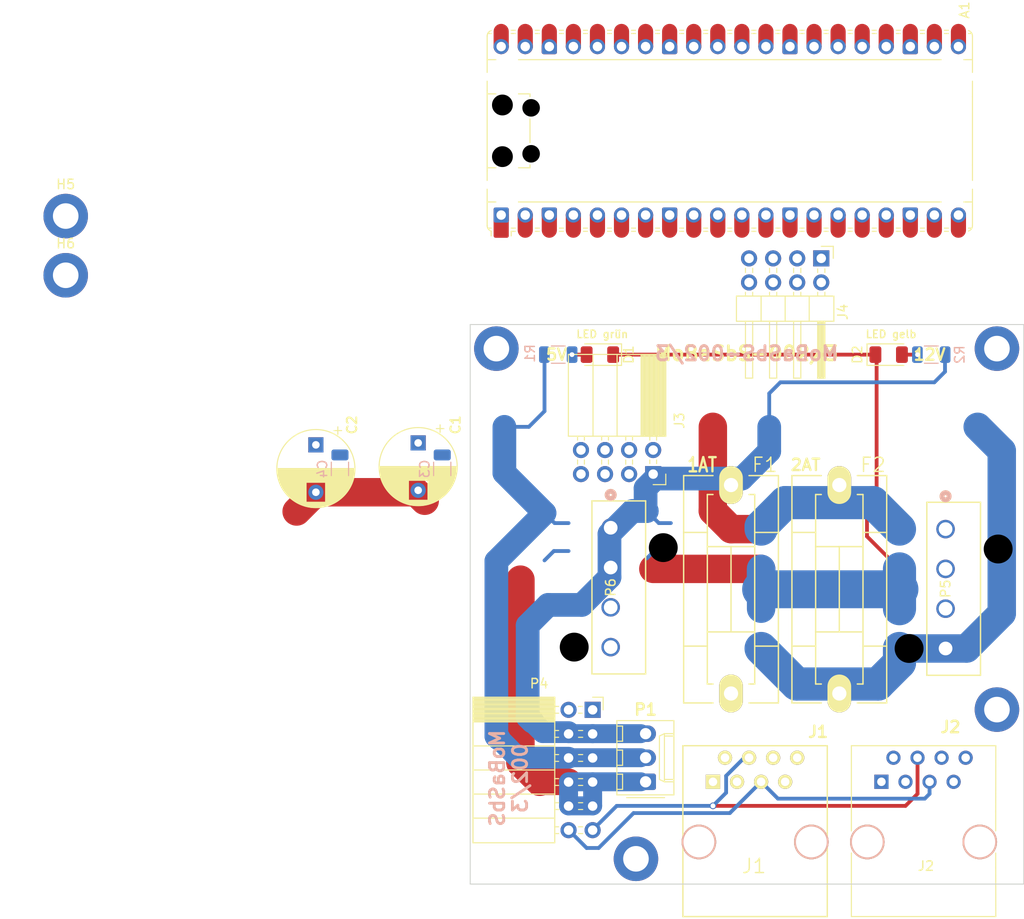
<source format=kicad_pcb>
(kicad_pcb (version 20240108) (generator "pcbnew") (generator_version "8.0")
  (title_block (title "Modul-Anschluss-Einheit") (date "2023-06-19") (rev "3") (comment 2 "MoBaSbS-002") (comment 3 "Anschluss Baugruppe") (comment 4 "MoBaSbS"))
  (layers (0 "F.Cu" signal) (31 "B.Cu" signal) (34 "B.Paste" user) (35 "F.Paste" user) (36 "B.SilkS" user "B.Silkscreen") (37 "F.SilkS" user "F.Silkscreen") (38 "B.Mask" user) (39 "F.Mask" user) (44 "Edge.Cuts" user))
  (net 0 "")
  (net 1 "GND")
  (net 2 "Net-(D1-A)")
  (net 3 "Net-(D2-A)")
  (net 4 "+5V")
  (net 5 "+12V")
  (net 10 "/5V PRE")
  (net 11 "/12V PRE")
  (net 12 "Net-(J1-Pin_3)")
  (net 13 "Net-(J1-Pin_4)")
  (net 14 "Net-(J1-Pin_5)")
  (net 15 "Net-(J1-Pin_6)")
  (net 51 "/5V")
  (net 65 "Net-(J3-Pin_5)")
  (net 66 "Net-(J3-Pin_1)")
  (footprint "LED_SMD:LED_1206_3216Metric" (layer "F.Cu") (at 121.635 101.6 180)
    (property "Reference" "D1" (at -3.045 0 90) (layer "F.SilkS"))
    (property "Value" "LED grün" (at -0.251 2.159 0) (layer "F.SilkS") (effects (font (size 0.8 0.8))))
    (pad "1" smd roundrect (at -1.4 0 180) (size 1.25 1.75) (layers "F.Cu" "F.Paste" "F.Mask") (roundrect_rratio 0.2) (net 1 "GND"))
    (pad "2" smd roundrect (at 1.4 0 180) (size 1.25 1.75) (layers "F.Cu" "F.Paste" "F.Mask") (roundrect_rratio 0.2) (net 2 "Net-(D1-A)"))
  )
  (footprint "LED_SMD:LED_1206_3216Metric" (layer "F.Cu") (at 152.115 101.6)
    (property "Reference" "D2" (at -3.305 0 90) (layer "F.SilkS"))
    (property "Value" "LED gelb" (at 0.251 -2.159 0) (layer "F.SilkS") (effects (font (size 0.8 0.8))))
    (pad "1" smd roundrect (at -1.4 0) (size 1.25 1.75) (layers "F.Cu" "F.Paste" "F.Mask") (roundrect_rratio 0.2) (net 1 "GND"))
    (pad "2" smd roundrect (at 1.4 0) (size 1.25 1.75) (layers "F.Cu" "F.Paste" "F.Mask") (roundrect_rratio 0.2) (net 3 "Net-(D2-A)"))
  )
  (footprint "Connect:RJ45_8" (layer "F.Cu") (at 138.015 153.035)
    (property "Reference" "J1" (at -0.111314 2.54 180) (layer "F.SilkS") (effects (font (size 1.5 1.5))))
    (property "Value" "RJ45" (hide yes))
    (pad "" np_thru_hole circle (at -5.9309 0) (size 3.64998 3.64998) (drill 3.2512) (layers "*.Cu" "*.SilkS" "*.Mask"))
    (pad "" np_thru_hole circle (at 5.93852 0) (size 3.64998 3.64998) (drill 3.2512) (layers "*.Cu" "*.SilkS" "*.Mask"))
    (pad "1" thru_hole rect (at -4.445 -6.35) (size 1.50114 1.50114) (drill 0.89916) (layers "*.Cu" "*.Mask" "F.SilkS"))
    (pad "2" thru_hole circle (at -3.175 -8.89) (size 1.50114 1.50114) (drill 0.89916) (layers "*.Cu" "*.Mask" "F.SilkS"))
    (pad "3" thru_hole circle (at -1.905 -6.35) (size 1.50114 1.50114) (drill 0.89916) (layers "*.Cu" "*.Mask" "F.SilkS") (net 12 "Net-(J1-Pin_3)"))
    (pad "4" thru_hole circle (at -0.635 -8.89) (size 1.50114 1.50114) (drill 0.89916) (layers "*.Cu" "*.Mask" "F.SilkS") (net 13 "Net-(J1-Pin_4)"))
    (pad "5" thru_hole circle (at 0.635 -6.35) (size 1.50114 1.50114) (drill 0.89916) (layers "*.Cu" "*.Mask" "F.SilkS") (net 14 "Net-(J1-Pin_5)"))
    (pad "6" thru_hole circle (at 1.905 -8.89) (size 1.50114 1.50114) (drill 0.89916) (layers "*.Cu" "*.Mask" "F.SilkS") (net 15 "Net-(J1-Pin_6)"))
    (pad "7" thru_hole circle (at 3.175 -6.35) (size 1.50114 1.50114) (drill 0.89916) (layers "*.Cu" "*.Mask" "F.SilkS"))
    (pad "8" thru_hole circle (at 4.445 -8.89) (size 1.50114 1.50114) (drill 0.89916) (layers "*.Cu" "*.Mask" "F.SilkS"))
  )
  (footprint "Fuse_Holders_and_Fuses:Fuseholder5x20_horiz_SemiClosed_Casing10x25mm" (layer "F.Cu") (at 135.475 126.365 90)
    (property "Reference" "F1" (at 13.12926 3.556 360) (layer "F.SilkS") (effects (font (size 1.5 1.5))))
    (property "Value" "1AT" (at 13.12926 -3.048 360) (layer "F.SilkS") (effects (font (size 1.5 1.2) (thickness 0.25) (bold yes))))
    (pad "1" thru_hole oval (at -11.00074 0) (size 2.49936 4.0005) (drill 1.50114) (layers "*.Cu" "*.Mask" "F.SilkS") (net 4 "+5V"))
    (pad "2" thru_hole oval (at 11.00074 0) (size 2.49936 4.0005) (drill 1.50114) (layers "*.Cu" "*.Mask" "F.SilkS") (net 10 "/5V PRE"))
  )
  (footprint "Fuse_Holders_and_Fuses:Fuseholder5x20_horiz_SemiClosed_Casing10x25mm" (layer "F.Cu") (at 146.905 126.365 90)
    (property "Reference" "F2" (at 13.12926 3.556 360) (layer "F.SilkS") (effects (font (size 1.5 1.5))))
    (property "Value" "2AT" (at 13.12926 -3.556 360) (layer "F.SilkS") (effects (font (size 1.2 1.2) (thickness 0.25) (bold yes))))
    (pad "1" thru_hole oval (at -11.00074 0) (size 2.49936 4.0005) (drill 1.50114) (layers "*.Cu" "*.Mask" "F.SilkS") (net 5 "+12V"))
    (pad "2" thru_hole oval (at 11.00074 0) (size 2.49936 4.0005) (drill 1.50114) (layers "*.Cu" "*.Mask" "F.SilkS") (net 11 "/12V PRE"))
  )
  (footprint "Connector_PinSocket_2.54mm:PinSocket_2x06_P2.54mm_Horizontal" (layer "F.Cu") (at 120.87 139.09)
    (property "Reference" "P4" (at -5.65 -2.77 0) (layer "F.SilkS"))
    (property "Value" "2x5_Buchse")
    (pad "1" thru_hole rect (at 0 0) (size 1.7 1.7) (drill 1) (layers "*.Cu" "*.Mask") (net 12 "Net-(J1-Pin_3)"))
    (pad "2" thru_hole oval (at -2.54 0) (size 1.7 1.7) (drill 1) (layers "*.Cu" "*.Mask") (net 15 "Net-(J1-Pin_6)"))
    (pad "3" thru_hole oval (at 0 2.54) (size 1.7 1.7) (drill 1) (layers "*.Cu" "*.Mask") (net 5 "+12V"))
    (pad "4" thru_hole oval (at -2.54 2.54) (size 1.7 1.7) (drill 1) (layers "*.Cu" "*.Mask") (net 5 "+12V"))
    (pad "5" thru_hole oval (at 0 5.08) (size 1.7 1.7) (drill 1) (layers "*.Cu" "*.Mask") (net 4 "+5V"))
    (pad "6" thru_hole oval (at -2.54 5.08) (size 1.7 1.7) (drill 1) (layers "*.Cu" "*.Mask") (net 4 "+5V"))
    (pad "7" thru_hole oval (at 0 7.62) (size 1.7 1.7) (drill 1) (layers "*.Cu" "*.Mask") (net 1 "GND"))
    (pad "8" thru_hole oval (at -2.54 7.62) (size 1.7 1.7) (drill 1) (layers "*.Cu" "*.Mask") (net 1 "GND"))
    (pad "9" thru_hole oval (at 0 10.16) (size 1.7 1.7) (drill 1) (layers "*.Cu" "*.Mask") (net 1 "GND"))
    (pad "10" thru_hole oval (at -2.54 10.16) (size 1.7 1.7) (drill 1) (layers "*.Cu" "*.Mask") (net 1 "GND"))
    (pad "11" thru_hole oval (at 0 12.7) (size 1.7 1.7) (drill 1) (layers "*.Cu" "*.Mask") (net 66 "Net-(J3-Pin_1)"))
    (pad "12" thru_hole oval (at -2.54 12.7) (size 1.7 1.7) (drill 1) (layers "*.Cu" "*.Mask") (net 65 "Net-(J3-Pin_5)"))
  )
  (footprint "Connector_Molex:Molex_KK-254_AE-6410-03A_1x03_P2.54mm_Vertical" (layer "F.Cu") (at 126.458 146.685 90)
    (property "Reference" "P1" (at 7.62 0 180) (layer "F.SilkS") (effects (font (size 1.2 1.2) (thickness 0.25) (bold yes))))
    (property "Value" "PSS254" (hide yes))
    (pad "1" thru_hole roundrect (at 0 0 90) (size 1.74 2.19) (drill 1.19) (layers "*.Cu" "*.Mask") (roundrect_rratio 0.143678) (net 1 "GND"))
    (pad "2" thru_hole oval (at 2.54 0 90) (size 1.74 2.19) (drill 1.19) (layers "*.Cu" "*.Mask") (net 4 "+5V"))
    (pad "3" thru_hole oval (at 5.08 0 90) (size 1.74 2.19) (drill 1.19) (layers "*.Cu" "*.Mask") (net 5 "+12V"))
  )
  (footprint "Molex MiniGit Jr 1x4:CONN_5566-04A_MOL" (layer "F.Cu") (at 158.120001 120.015 90)
    (property "Reference" "P5" (at -6.299998 0 90) (layer "F.SilkS"))
    (property "Value" "Wago")
    (pad "" np_thru_hole circle (at -12.599998 -3.85 90) (size 3.048 3.048) (drill 3.048) (layers))
    (pad "" np_thru_hole circle (at -2.099999 5.549999 90) (size 3.048 3.048) (drill 3.048) (layers))
    (pad "1" thru_hole circle (at 0 0 90) (size 1.9558 1.9558) (drill 1.4478) (layers "*.Cu" "*.Mask") (net 10 "/5V PRE"))
    (pad "2" thru_hole circle (at -4.199997 0 90) (size 1.9558 1.9558) (drill 1.4478) (layers "*.Cu" "*.Mask") (net 1 "GND"))
    (pad "3" thru_hole circle (at -8.399996 0 90) (size 1.9558 1.9558) (drill 1.4478) (layers "*.Cu" "*.Mask") (net 1 "GND"))
    (pad "4" thru_hole circle (at -12.599995 0 90) (size 1.9558 1.9558) (drill 1.4478) (layers "*.Cu" "*.Mask") (net 11 "/12V PRE"))
  )
  (footprint "Molex MiniGit Jr 1x4:CONN_5566-04A_MOL" (layer "F.Cu") (at 122.775 119.870004 90)
    (property "Reference" "P6" (at -6.299998 0 90) (layer "F.SilkS"))
    (property "Value" "Wago")
    (pad "" np_thru_hole circle (at -12.599998 -3.85 90) (size 3.048 3.048) (drill 3.048) (layers))
    (pad "" np_thru_hole circle (at -2.099999 5.549999 90) (size 3.048 3.048) (drill 3.048) (layers))
    (pad "1" thru_hole circle (at 0 0 90) (size 1.9558 1.9558) (drill 1.4478) (layers "*.Cu" "*.Mask") (net 10 "/5V PRE"))
    (pad "2" thru_hole circle (at -4.199997 0 90) (size 1.9558 1.9558) (drill 1.4478) (layers "*.Cu" "*.Mask") (net 1 "GND"))
    (pad "3" thru_hole circle (at -8.399996 0 90) (size 1.9558 1.9558) (drill 1.4478) (layers "*.Cu" "*.Mask") (net 1 "GND"))
    (pad "4" thru_hole circle (at -12.599995 0 90) (size 1.9558 1.9558) (drill 1.4478) (layers "*.Cu" "*.Mask") (net 11 "/12V PRE"))
  )
  (footprint "Connect:RJ45_8" (layer "F.Cu") (at 151.35 146.685)
    (property "Reference" "J2" (at 4.7 8.89 0) (layer "F.SilkS"))
    (property "Value" "RJ45")
    (pad "" np_thru_hole circle (at -1.49 6.35) (size 3.65 3.65) (drill 3.25) (layers "*.Cu" "*.SilkS" "*.Mask"))
    (pad "" np_thru_hole circle (at 10.38 6.35) (size 3.65 3.65) (drill 3.25) (layers "*.Cu" "*.SilkS" "*.Mask"))
    (pad "1" thru_hole rect (at 0 0) (size 1.5 1.5) (drill 0.9) (layers "*.Cu" "*.Mask"))
    (pad "2" thru_hole circle (at 1.27 -2.54) (size 1.5 1.5) (drill 0.9) (layers "*.Cu" "*.Mask"))
    (pad "3" thru_hole circle (at 2.54 0) (size 1.5 1.5) (drill 0.9) (layers "*.Cu" "*.Mask") (net 12 "Net-(J1-Pin_3)"))
    (pad "4" thru_hole circle (at 3.81 -2.54) (size 1.5 1.5) (drill 0.9) (layers "*.Cu" "*.Mask") (net 13 "Net-(J1-Pin_4)"))
    (pad "5" thru_hole circle (at 5.08 0) (size 1.5 1.5) (drill 0.9) (layers "*.Cu" "*.Mask") (net 14 "Net-(J1-Pin_5)"))
    (pad "6" thru_hole circle (at 6.35 -2.54) (size 1.5 1.5) (drill 0.9) (layers "*.Cu" "*.Mask") (net 15 "Net-(J1-Pin_6)"))
    (pad "7" thru_hole circle (at 7.62 0) (size 1.5 1.5) (drill 0.9) (layers "*.Cu" "*.Mask"))
    (pad "8" thru_hole circle (at 8.89 -2.54) (size 1.5 1.5) (drill 0.9) (layers "*.Cu" "*.Mask"))
  )
  (footprint "Capacitor_THT:CP_Radial_D8.0mm_P5.00mm" (layer "F.Cu") (at 102.455 110.918 -90)
    (property "Reference" "C1" (at -1.905 -3.937 90) (layer "F.SilkS") (effects (font (thickness 0.2) (bold yes))))
    (property "Value" "470µF" (hide yes))
    (pad "1" thru_hole rect (at 0 0 270) (size 1.6 1.6) (drill 0.8) (layers "*.Cu" "*.Mask") (net 5 "+12V"))
    (pad "2" thru_hole circle (at 5 0 270) (size 1.6 1.6) (drill 0.8) (layers "*.Cu" "*.Mask") (net 1 "GND"))
  )
  (footprint "Capacitor_THT:CP_Radial_D8.0mm_P5.00mm" (layer "F.Cu") (at 91.66 111.125 -90)
    (property "Reference" "C2" (at -2.112 -3.81 90) (layer "F.SilkS") (effects (font (thickness 0.2) (bold yes))))
    (property "Value" "470µF" (hide yes))
    (pad "1" thru_hole rect (at 0 0 270) (size 1.6 1.6) (drill 0.8) (layers "*.Cu" "*.Mask") (net 4 "+5V"))
    (pad "2" thru_hole circle (at 5 0 270) (size 1.6 1.6) (drill 0.8) (layers "*.Cu" "*.Mask") (net 1 "GND"))
  )
  (footprint "MountingHole:MountingHole_2.7mm_M2.5_DIN965_Pad" (layer "F.Cu") (at 163.542 139.065)
    (property "Reference" "H4" (hide yes))
    (property "Value" "MountingHole_Pad" (hide yes))
    (pad "1" thru_hole circle (at 0 0) (size 4.7 4.7) (drill 2.7) (layers "*.Cu" "*.Mask"))
  )
  (footprint "Connector_PinSocket_2.54mm:PinSocket_2x04_P2.54mm_Horizontal" (layer "F.Cu") (at 127.26 114.21 -90)
    (property "Reference" "J3" (at -5.65 -2.77 90) (layer "F.SilkS"))
    (property "Value" "Conn_02x04_Top_Bottom")
    (pad "1" thru_hole rect (at 0 0 270) (size 1.7 1.7) (drill 1) (layers "*.Cu" "*.Mask") (net 66 "Net-(J3-Pin_1)"))
    (pad "2" thru_hole oval (at -2.54 0 270) (size 1.7 1.7) (drill 1) (layers "*.Cu" "*.Mask") (net 51 "/5V"))
    (pad "3" thru_hole oval (at 0 2.54 270) (size 1.7 1.7) (drill 1) (layers "*.Cu" "*.Mask") (net 1 "GND"))
    (pad "4" thru_hole oval (at -2.54 2.54 270) (size 1.7 1.7) (drill 1) (layers "*.Cu" "*.Mask") (net 12 "Net-(J1-Pin_3)"))
    (pad "5" thru_hole oval (at 0 5.08 270) (size 1.7 1.7) (drill 1) (layers "*.Cu" "*.Mask") (net 65 "Net-(J3-Pin_5)"))
    (pad "6" thru_hole oval (at -2.54 5.08 270) (size 1.7 1.7) (drill 1) (layers "*.Cu" "*.Mask") (net 51 "/5V"))
    (pad "7" thru_hole oval (at 0 7.62 270) (size 1.7 1.7) (drill 1) (layers "*.Cu" "*.Mask") (net 1 "GND"))
    (pad "8" thru_hole oval (at -2.54 7.62 270) (size 1.7 1.7) (drill 1) (layers "*.Cu" "*.Mask") (net 15 "Net-(J1-Pin_6)"))
  )
  (footprint "MountingHole:MountingHole_2.7mm_M2.5_DIN965_Pad" (layer "F.Cu") (at 125.442 154.813)
    (property "Reference" "H1" (hide yes))
    (property "Value" "MountingHole_Pad" (hide yes))
    (pad "1" thru_hole circle (at 0 0) (size 4.7 4.7) (drill 2.7) (layers "*.Cu" "*.Mask"))
  )
  (footprint "MountingHole:MountingHole_2.7mm_M2.5_DIN965_Pad" (layer "F.Cu") (at 110.71 100.965)
    (property "Reference" "H3" (hide yes))
    (property "Value" "MountingHole_Pad" (hide yes))
    (pad "1" thru_hole circle (at 0 0) (size 4.7 4.7) (drill 2.7) (layers "*.Cu" "*.Mask"))
  )
  (footprint "Module:RaspberryPi_Pico_Common_Unspecified" (layer "F.Cu") (at 135.348 77.978 90)
    (property "Reference" "A1" (at 11.7475 24.765 90) (layer "F.SilkS") (effects (justify left)))
    (property "Value" "RaspberryPi_Pico")
    (pad "" np_thru_hole circle (at -2.725 -24 90) (size 2.2 2.2) (drill 2.2) (layers "*.Mask"))
    (pad "" np_thru_hole circle (at -2.425 -20.97 90) (size 1.85 1.85) (drill 1.85) (layers "*.Mask"))
    (pad "" np_thru_hole circle (at 2.425 -20.97 90) (size 1.85 1.85) (drill 1.85) (layers "*.Mask"))
    (pad "" np_thru_hole circle (at 2.725 -24 90) (size 2.2 2.2) (drill 2.2) (layers "*.Mask"))
    (pad "1" smd custom (at -9.69 -24.13 90) (size 1.6 0.8) (layers "F.Cu" "F.Mask") (options (clearance outline) (anchor rect)) (primitives (gr_circle (center 0.8 0) (end 1.6 0) (width 0) (fill yes)) (gr_poly (pts (xy -1.6 -0.6) (xy -1.6 0.6) (xy -1.4 0.8) (xy 0.8 0.8) (xy 0.8 -0.8) (xy -1.4 -0.8)) (width 0) (fill yes)) (gr_circle (center -1.4 -0.6) (end -1.2 -0.6) (width 0) (fill yes)) (gr_circle (center -1.4 0.6) (end -1.2 0.6) (width 0) (fill yes))))
    (pad "1" thru_hole roundrect (at -8.89 -24.13 90) (size 1.6 1.6) (drill 1) (layers "*.Cu" "*.Mask") (roundrect_rratio 0.125))
    (pad "2" smd roundrect (at -9.69 -21.59 90) (size 3.2 1.6) (layers "F.Cu" "F.Mask") (roundrect_rratio 0.5))
    (pad "2" thru_hole circle (at -8.89 -21.59 90) (size 1.6 1.6) (drill 1) (layers "*.Cu" "*.Mask"))
    (pad "3" smd custom (at -9.69 -19.05 90) (size 1.6 0.8) (layers "F.Cu" "F.Mask") (net 1 "GND") (options (clearance outline) (anchor rect)) (primitives (gr_circle (center -0.8 0) (end 0 0) (width 0) (fill yes)) (gr_poly (pts (xy 1.6 -0.6) (xy 1.6 0.6) (xy 1.4 0.8) (xy -0.8 0.8) (xy -0.8 -0.8) (xy 1.4 -0.8)) (width 0) (fill yes)) (gr_circle (center 1.4 -0.6) (end 1.6 -0.6) (width 0) (fill yes)) (gr_circle (center 1.4 0.6) (end 1.6 0.6) (width 0) (fill yes))))
    (pad "3" thru_hole custom (at -8.89 -19.05 90) (size 1.6 1.6) (drill 1) (layers "*.Cu" "*.Mask") (net 1 "GND") (options (clearance outline) (anchor circle)) (primitives (gr_poly (pts (xy 0.8 0.6) (xy 0.8 -0.6) (xy 0.6 -0.8) (xy 0 -0.8) (xy 0 0.8) (xy 0.6 0.8)) (width 0) (fill yes)) (gr_circle (center 0.6 0.6) (end 0.8 0.6) (width 0) (fill yes)) (gr_circle (center 0.6 -0.6) (end 0.8 -0.6) (width 0) (fill yes))))
    (pad "4" smd roundrect (at -9.69 -16.51 90) (size 3.2 1.6) (layers "F.Cu" "F.Mask") (roundrect_rratio 0.5))
    (pad "4" thru_hole circle (at -8.89 -16.51 90) (size 1.6 1.6) (drill 1) (layers "*.Cu" "*.Mask"))
    (pad "5" smd roundrect (at -9.69 -13.97 90) (size 3.2 1.6) (layers "F.Cu" "F.Mask") (roundrect_rratio 0.5))
    (pad "5" thru_hole circle (at -8.89 -13.97 90) (size 1.6 1.6) (drill 1) (layers "*.Cu" "*.Mask"))
    (pad "6" smd roundrect (at -9.69 -11.43 90) (size 3.2 1.6) (layers "F.Cu" "F.Mask") (roundrect_rratio 0.5))
    (pad "6" thru_hole circle (at -8.89 -11.43 90) (size 1.6 1.6) (drill 1) (layers "*.Cu" "*.Mask"))
    (pad "7" smd roundrect (at -9.69 -8.89 90) (size 3.2 1.6) (layers "F.Cu" "F.Mask") (roundrect_rratio 0.5))
    (pad "7" thru_hole circle (at -8.89 -8.89 90) (size 1.6 1.6) (drill 1) (layers "*.Cu" "*.Mask"))
    (pad "8" smd custom (at -9.69 -6.35 90) (size 1.6 0.8) (layers "F.Cu" "F.Mask") (net 1 "GND") (options (clearance outline) (anchor rect)) (primitives (gr_circle (center -0.8 0) (end 0 0) (width 0) (fill yes)) (gr_poly (pts (xy 1.6 -0.6) (xy 1.6 0.6) (xy 1.4 0.8) (xy -0.8 0.8) (xy -0.8 -0.8) (xy 1.4 -0.8)) (width 0) (fill yes)) (gr_circle (center 1.4 -0.6) (end 1.6 -0.6) (width 0) (fill yes)) (gr_circle (center 1.4 0.6) (end 1.6 0.6) (width 0) (fill yes))))
    (pad "8" thru_hole custom (at -8.89 -6.35 90) (size 1.6 1.6) (drill 1) (layers "*.Cu" "*.Mask") (net 1 "GND") (options (clearance outline) (anchor circle)) (primitives (gr_poly (pts (xy 0.8 0.6) (xy 0.8 -0.6) (xy 0.6 -0.8) (xy 0 -0.8) (xy 0 0.8) (xy 0.6 0.8)) (width 0) (fill yes)) (gr_circle (center 0.6 0.6) (end 0.8 0.6) (width 0) (fill yes)) (gr_circle (center 0.6 -0.6) (end 0.8 -0.6) (width 0) (fill yes))))
    (pad "9" smd roundrect (at -9.69 -3.81 90) (size 3.2 1.6) (layers "F.Cu" "F.Mask") (roundrect_rratio 0.5))
    (pad "9" thru_hole circle (at -8.89 -3.81 90) (size 1.6 1.6) (drill 1) (layers "*.Cu" "*.Mask"))
    (pad "10" smd roundrect (at -9.69 -1.27 90) (size 3.2 1.6) (layers "F.Cu" "F.Mask") (roundrect_rratio 0.5))
    (pad "10" thru_hole circle (at -8.89 -1.27 90) (size 1.6 1.6) (drill 1) (layers "*.Cu" "*.Mask"))
    (pad "11" smd roundrect (at -9.69 1.27 90) (size 3.2 1.6) (layers "F.Cu" "F.Mask") (roundrect_rratio 0.5))
    (pad "11" thru_hole circle (at -8.89 1.27 90) (size 1.6 1.6) (drill 1) (layers "*.Cu" "*.Mask"))
    (pad "12" smd roundrect (at -9.69 3.81 90) (size 3.2 1.6) (layers "F.Cu" "F.Mask") (roundrect_rratio 0.5))
    (pad "12" thru_hole circle (at -8.89 3.81 90) (size 1.6 1.6) (drill 1) (layers "*.Cu" "*.Mask"))
    (pad "13" smd custom (at -9.69 6.35 90) (size 1.6 0.8) (layers "F.Cu" "F.Mask") (net 1 "GND") (options (clearance outline) (anchor rect)) (primitives (gr_circle (center -0.8 0) (end 0 0) (width 0) (fill yes)) (gr_poly (pts (xy 1.6 -0.6) (xy 1.6 0.6) (xy 1.4 0.8) (xy -0.8 0.8) (xy -0.8 -0.8) (xy 1.4 -0.8)) (width 0) (fill yes)) (gr_circle (center 1.4 -0.6) (end 1.6 -0.6) (width 0) (fill yes)) (gr_circle (center 1.4 0.6) (end 1.6 0.6) (width 0) (fill yes))))
    (pad "13" thru_hole custom (at -8.89 6.35 90) (size 1.6 1.6) (drill 1) (layers "*.Cu" "*.Mask") (net 1 "GND") (options (clearance outline) (anchor circle)) (primitives (gr_poly (pts (xy 0.8 0.6) (xy 0.8 -0.6) (xy 0.6 -0.8) (xy 0 -0.8) (xy 0 0.8) (xy 0.6 0.8)) (width 0) (fill yes)) (gr_circle (center 0.6 0.6) (end 0.8 0.6) (width 0) (fill yes)) (gr_circle (center 0.6 -0.6) (end 0.8 -0.6) (width 0) (fill yes))))
    (pad "14" smd roundrect (at -9.69 8.89 90) (size 3.2 1.6) (layers "F.Cu" "F.Mask") (roundrect_rratio 0.5))
    (pad "14" thru_hole circle (at -8.89 8.89 90) (size 1.6 1.6) (drill 1) (layers "*.Cu" "*.Mask"))
    (pad "15" smd roundrect (at -9.69 11.43 90) (size 3.2 1.6) (layers "F.Cu" "F.Mask") (roundrect_rratio 0.5))
    (pad "15" thru_hole circle (at -8.89 11.43 90) (size 1.6 1.6) (drill 1) (layers "*.Cu" "*.Mask"))
    (pad "16" smd roundrect (at -9.69 13.97 90) (size 3.2 1.6) (layers "F.Cu" "F.Mask") (roundrect_rratio 0.5))
    (pad "16" thru_hole circle (at -8.89 13.97 90) (size 1.6 1.6) (drill 1) (layers "*.Cu" "*.Mask"))
    (pad "17" smd roundrect (at -9.69 16.51 90) (size 3.2 1.6) (layers "F.Cu" "F.Mask") (roundrect_rratio 0.5))
    (pad "17" thru_hole circle (at -8.89 16.51 90) (size 1.6 1.6) (drill 1) (layers "*.Cu" "*.Mask"))
    (pad "18" smd custom (at -9.69 19.05 90) (size 1.6 0.8) (layers "F.Cu" "F.Mask") (net 1 "GND") (options (clearance outline) (anchor rect)) (primitives (gr_circle (center -0.8 0) (end 0 0) (width 0) (fill yes)) (gr_poly (pts (xy 1.6 -0.6) (xy 1.6 0.6) (xy 1.4 0.8) (xy -0.8 0.8) (xy -0.8 -0.8) (xy 1.4 -0.8)) (width 0) (fill yes)) (gr_circle (center 1.4 -0.6) (end 1.6 -0.6) (width 0) (fill yes)) (gr_circle (center 1.4 0.6) (end 1.6 0.6) (width 0) (fill yes))))
    (pad "18" thru_hole custom (at -8.89 19.05 90) (size 1.6 1.6) (drill 1) (layers "*.Cu" "*.Mask") (net 1 "GND") (options (clearance outline) (anchor circle)) (primitives (gr_poly (pts (xy 0.8 0.6) (xy 0.8 -0.6) (xy 0.6 -0.8) (xy 0 -0.8) (xy 0 0.8) (xy 0.6 0.8)) (width 0) (fill yes)) (gr_circle (center 0.6 0.6) (end 0.8 0.6) (width 0) (fill yes)) (gr_circle (center 0.6 -0.6) (end 0.8 -0.6) (width 0) (fill yes))))
    (pad "19" smd roundrect (at -9.69 21.59 90) (size 3.2 1.6) (layers "F.Cu" "F.Mask") (roundrect_rratio 0.5))
    (pad "19" thru_hole circle (at -8.89 21.59 90) (size 1.6 1.6) (drill 1) (layers "*.Cu" "*.Mask"))
    (pad "20" smd roundrect (at -9.69 24.13 90) (size 3.2 1.6) (layers "F.Cu" "F.Mask") (roundrect_rratio 0.5))
    (pad "20" thru_hole circle (at -8.89 24.13 90) (size 1.6 1.6) (drill 1) (layers "*.Cu" "*.Mask"))
    (pad "21" thru_hole circle (at 8.89 24.13 90) (size 1.6 1.6) (drill 1) (layers "*.Cu" "*.Mask"))
    (pad "21" smd roundrect (at 9.69 24.13 90) (size 3.2 1.6) (layers "F.Cu" "F.Mask") (roundrect_rratio 0.5))
    (pad "22" thru_hole circle (at 8.89 21.59 90) (size 1.6 1.6) (drill 1) (layers "*.Cu" "*.Mask"))
    (pad "22" smd roundrect (at 9.69 21.59 90) (size 3.2 1.6) (layers "F.Cu" "F.Mask") (roundrect_rratio 0.5))
    (pad "23" thru_hole custom (at 8.89 19.05 90) (size 1.6 1.6) (drill 1) (layers "*.Cu" "*.Mask") (net 1 "GND") (options (clearance outline) (anchor circle)) (primitives (gr_poly (pts (xy -0.8 0.6) (xy -0.8 -0.6) (xy -0.6 -0.8) (xy 0 -0.8) (xy 0 0.8) (xy -0.6 0.8)) (width 0) (fill yes)) (gr_circle (center -0.6 0.6) (end -0.4 0.6) (width 0) (fill yes)) (gr_circle (center -0.6 -0.6) (end -0.4 -0.6) (width 0) (fill yes))))
    (pad "23" smd custom (at 9.69 19.05 90) (size 1.6 0.8) (layers "F.Cu" "F.Mask") (net 1 "GND") (options (clearance outline) (anchor rect)) (primitives (gr_circle (center 0.8 0) (end 1.6 0) (width 0) (fill yes)) (gr_poly (pts (xy -1.6 -0.6) (xy -1.6 0.6) (xy -1.4 0.8) (xy 0.8 0.8) (xy 0.8 -0.8) (xy -1.4 -0.8)) (width 0) (fill yes)) (gr_circle (center -1.4 -0.6) (end -1.2 -0.6) (width 0) (fill yes)) (gr_circle (center -1.4 0.6) (end -1.2 0.6) (width 0) (fill yes))))
    (pad "24" thru_hole circle (at 8.89 16.51 90) (size 1.6 1.6) (drill 1) (layers "*.Cu" "*.Mask"))
    (pad "24" smd roundrect (at 9.69 16.51 90) (size 3.2 1.6) (layers "F.Cu" "F.Mask") (roundrect_rratio 0.5))
    (pad "25" thru_hole circle (at 8.89 13.97 90) (size 1.6 1.6) (drill 1) (layers "*.Cu" "*.Mask"))
    (pad "25" smd roundrect (at 9.69 13.97 90) (size 3.2 1.6) (layers "F.Cu" "F.Mask") (roundrect_rratio 0.5))
    (pad "26" thru_hole circle (at 8.89 11.43 90) (size 1.6 1.6) (drill 1) (layers "*.Cu" "*.Mask"))
    (pad "26" smd roundrect (at 9.69 11.43 90) (size 3.2 1.6) (layers "F.Cu" "F.Mask") (roundrect_rratio 0.5))
    (pad "27" thru_hole circle (at 8.89 8.89 90) (size 1.6 1.6) (drill 1) (layers "*.Cu" "*.Mask"))
    (pad "27" smd roundrect (at 9.69 8.89 90) (size 3.2 1.6) (layers "F.Cu" "F.Mask") (roundrect_rratio 0.5))
    (pad "28" thru_hole custom (at 8.89 6.35 90) (size 1.6 1.6) (drill 1) (layers "*.Cu" "*.Mask") (net 1 "GND") (options (clearance outline) (anchor circle)) (primitives (gr_poly (pts (xy -0.8 0.6) (xy -0.8 -0.6) (xy -0.6 -0.8) (xy 0 -0.8) (xy 0 0.8) (xy -0.6 0.8)) (width 0) (fill yes)) (gr_circle (center -0.6 0.6) (end -0.4 0.6) (width 0) (fill yes)) (gr_circle (center -0.6 -0.6) (end -0.4 -0.6) (width 0) (fill yes))))
    (pad "28" smd custom (at 9.69 6.35 90) (size 1.6 0.8) (layers "F.Cu" "F.Mask") (net 1 "GND") (options (clearance outline) (anchor rect)) (primitives (gr_circle (center 0.8 0) (end 1.6 0) (width 0) (fill yes)) (gr_poly (pts (xy -1.6 -0.6) (xy -1.6 0.6) (xy -1.4 0.8) (xy 0.8 0.8) (xy 0.8 -0.8) (xy -1.4 -0.8)) (width 0) (fill yes)) (gr_circle (center -1.4 -0.6) (end -1.2 -0.6) (width 0) (fill yes)) (gr_circle (center -1.4 0.6) (end -1.2 0.6) (width 0) (fill yes))))
    (pad "29" thru_hole circle (at 8.89 3.81 90) (size 1.6 1.6) (drill 1) (layers "*.Cu" "*.Mask"))
    (pad "29" smd roundrect (at 9.69 3.81 90) (size 3.2 1.6) (layers "F.Cu" "F.Mask") (roundrect_rratio 0.5))
    (pad "30" thru_hole circle (at 8.89 1.27 90) (size 1.6 1.6) (drill 1) (layers "*.Cu" "*.Mask"))
    (pad "30" smd roundrect (at 9.69 1.27 90) (size 3.2 1.6) (layers "F.Cu" "F.Mask") (roundrect_rratio 0.5))
    (pad "31" thru_hole circle (at 8.89 -1.27 90) (size 1.6 1.6) (drill 1) (layers "*.Cu" "*.Mask"))
    (pad "31" smd roundrect (at 9.69 -1.27 90) (size 3.2 1.6) (layers "F.Cu" "F.Mask") (roundrect_rratio 0.5))
    (pad "32" thru_hole circle (at 8.89 -3.81 90) (size 1.6 1.6) (drill 1) (layers "*.Cu" "*.Mask"))
    (pad "32" smd roundrect (at 9.69 -3.81 90) (size 3.2 1.6) (layers "F.Cu" "F.Mask") (roundrect_rratio 0.5))
    (pad "33" thru_hole custom (at 8.89 -6.35 90) (size 1.6 1.6) (drill 1) (layers "*.Cu" "*.Mask") (options (clearance outline) (anchor circle)) (primitives (gr_poly (pts (xy -0.8 0.6) (xy -0.8 -0.6) (xy -0.6 -0.8) (xy 0 -0.8) (xy 0 0.8) (xy -0.6 0.8)) (width 0) (fill yes)) (gr_circle (center -0.6 0.6) (end -0.4 0.6) (width 0) (fill yes)) (gr_circle (center -0.6 -0.6) (end -0.4 -0.6) (width 0) (fill yes))))
    (pad "33" smd custom (at 9.69 -6.35 90) (size 1.6 0.8) (layers "F.Cu" "F.Mask") (options (clearance outline) (anchor rect)) (primitives (gr_circle (center 0.8 0) (end 1.6 0) (width 0) (fill yes)) (gr_poly (pts (xy -1.6 -0.6) (xy -1.6 0.6) (xy -1.4 0.8) (xy 0.8 0.8) (xy 0.8 -0.8) (xy -1.4 -0.8)) (width 0) (fill yes)) (gr_circle (center -1.4 -0.6) (end -1.2 -0.6) (width 0) (fill yes)) (gr_circle (center -1.4 0.6) (end -1.2 0.6) (width 0) (fill yes))))
    (pad "34" thru_hole circle (at 8.89 -8.89 90) (size 1.6 1.6) (drill 1) (layers "*.Cu" "*.Mask"))
    (pad "34" smd roundrect (at 9.69 -8.89 90) (size 3.2 1.6) (layers "F.Cu" "F.Mask") (roundrect_rratio 0.5))
    (pad "35" thru_hole circle (at 8.89 -11.43 90) (size 1.6 1.6) (drill 1) (layers "*.Cu" "*.Mask"))
    (pad "35" smd roundrect (at 9.69 -11.43 90) (size 3.2 1.6) (layers "F.Cu" "F.Mask") (roundrect_rratio 0.5))
    (pad "36" thru_hole circle (at 8.89 -13.97 90) (size 1.6 1.6) (drill 1) (layers "*.Cu" "*.Mask"))
    (pad "36" smd roundrect (at 9.69 -13.97 90) (size 3.2 1.6) (layers "F.Cu" "F.Mask") (roundrect_rratio 0.5))
    (pad "37" thru_hole circle (at 8.89 -16.51 90) (size 1.6 1.6) (drill 1) (layers "*.Cu" "*.Mask"))
    (pad "37" smd roundrect (at 9.69 -16.51 90) (size 3.2 1.6) (layers "F.Cu" "F.Mask") (roundrect_rratio 0.5))
    (pad "38" thru_hole custom (at 8.89 -19.05 90) (size 1.6 1.6) (drill 1) (layers "*.Cu" "*.Mask") (net 1 "GND") (options (clearance outline) (anchor circle)) (primitives (gr_poly (pts (xy -0.8 0.6) (xy -0.8 -0.6) (xy -0.6 -0.8) (xy 0 -0.8) (xy 0 0.8) (xy -0.6 0.8)) (width 0) (fill yes)) (gr_circle (center -0.6 0.6) (end -0.4 0.6) (width 0) (fill yes)) (gr_circle (center -0.6 -0.6) (end -0.4 -0.6) (width 0) (fill yes))))
    (pad "38" smd custom (at 9.69 -19.05 90) (size 1.6 0.8) (layers "F.Cu" "F.Mask") (net 1 "GND") (options (clearance outline) (anchor rect)) (primitives (gr_circle (center 0.8 0) (end 1.6 0) (width 0) (fill yes)) (gr_poly (pts (xy -1.6 -0.6) (xy -1.6 0.6) (xy -1.4 0.8) (xy 0.8 0.8) (xy 0.8 -0.8) (xy -1.4 -0.8)) (width 0) (fill yes)) (gr_circle (center -1.4 -0.6) (end -1.2 -0.6) (width 0) (fill yes)) (gr_circle (center -1.4 0.6) (end -1.2 0.6) (width 0) (fill yes))))
    (pad "39" thru_hole circle (at 8.89 -21.59 90) (size 1.6 1.6) (drill 1) (layers "*.Cu" "*.Mask"))
    (pad "39" smd roundrect (at 9.69 -21.59 90) (size 3.2 1.6) (layers "F.Cu" "F.Mask") (roundrect_rratio 0.5))
    (pad "40" thru_hole circle (at 8.89 -24.13 90) (size 1.6 1.6) (drill 1) (layers "*.Cu" "*.Mask") (net 51 "/5V"))
    (pad "40" smd roundrect (at 9.69 -24.13 90) (size 3.2 1.6) (layers "F.Cu" "F.Mask") (roundrect_rratio 0.5) (net 51 "/5V"))
  )
  (footprint "MountingHole:MountingHole_2.7mm_M2.5_DIN965_Pad" (layer "F.Cu") (at 65.255 93.225)
    (property "Reference" "H6" (at 0 -3.35 0) (layer "F.SilkS"))
    (property "Value" "MountingHole_Pad")
    (pad "1" thru_hole circle (at 0 0) (size 4.7 4.7) (drill 2.7) (layers "*.Cu" "*.Mask"))
  )
  (footprint "MountingHole:MountingHole_2.7mm_M2.5_DIN965_Pad" (layer "F.Cu") (at 65.255 86.975)
    (property "Reference" "H5" (at 0 -3.35 0) (layer "F.SilkS"))
    (property "Value" "MountingHole_Pad")
    (pad "1" thru_hole circle (at 0 0) (size 4.7 4.7) (drill 2.7) (layers "*.Cu" "*.Mask"))
  )
  (footprint "MountingHole:MountingHole_2.7mm_M2.5_DIN965_Pad" (layer "F.Cu") (at 163.542 100.965)
    (property "Reference" "H2" (hide yes))
    (property "Value" "MountingHole_Pad" (hide yes))
    (pad "1" thru_hole circle (at 0 0) (size 4.7 4.7) (drill 2.7) (layers "*.Cu" "*.Mask"))
  )
  (footprint "Connector_PinHeader_2.54mm:PinHeader_2x04_P2.54mm_Horizontal" (layer "F.Cu") (at 145 91.44 -90)
    (property "Reference" "J4" (at 5.655 -2.27 90) (layer "F.SilkS"))
    (property "Value" "Conn_02x04_Top_Bottom")
    (pad "1" thru_hole rect (at 0 0 270) (size 1.7 1.7) (drill 1) (layers "*.Cu" "*.Mask"))
    (pad "2" thru_hole oval (at 2.54 0 270) (size 1.7 1.7) (drill 1) (layers "*.Cu" "*.Mask") (net 51 "/5V"))
    (pad "3" thru_hole oval (at 0 2.54 270) (size 1.7 1.7) (drill 1) (layers "*.Cu" "*.Mask") (net 1 "GND"))
    (pad "4" thru_hole oval (at 2.54 2.54 270) (size 1.7 1.7) (drill 1) (layers "*.Cu" "*.Mask"))
    (pad "5" thru_hole oval (at 0 5.08 270) (size 1.7 1.7) (drill 1) (layers "*.Cu" "*.Mask"))
    (pad "6" thru_hole oval (at 2.54 5.08 270) (size 1.7 1.7) (drill 1) (layers "*.Cu" "*.Mask") (net 51 "/5V"))
    (pad "7" thru_hole oval (at 0 7.62 270) (size 1.7 1.7) (drill 1) (layers "*.Cu" "*.Mask") (net 1 "GND"))
    (pad "8" thru_hole oval (at 2.54 7.62 270) (size 1.7 1.7) (drill 1) (layers "*.Cu" "*.Mask"))
  )
  (footprint "Resistor_SMD:R_1206_3216Metric" (layer "B.Cu") (at 117.24 101.6 180)
    (property "Reference" "R1" (at 2.974 0.127 -90) (layer "B.SilkS") (effects (justify mirror)))
    (property "Value" "1K0" (hide yes))
    (pad "1" smd roundrect (at -1.4625 0 180) (size 1.125 1.75) (layers "B.Cu" "B.Paste" "B.Mask") (roundrect_rratio 0.222222) (net 2 "Net-(D1-A)"))
    (pad "2" smd roundrect (at 1.4625 0 180) (size 1.125 1.75) (layers "B.Cu" "B.Paste" "B.Mask") (roundrect_rratio 0.222222) (net 4 "+5V"))
  )
  (footprint "Resistor_SMD:R_1206_3216Metric" (layer "B.Cu") (at 156.61 101.6)
    (property "Reference" "R2" (at 2.995 0 90) (layer "B.SilkS") (effects (justify mirror)))
    (property "Value" "2K2" (hide yes))
    (pad "1" smd roundrect (at -1.4625 0) (size 1.125 1.75) (layers "B.Cu" "B.Paste" "B.Mask") (roundrect_rratio 0.222222) (net 3 "Net-(D2-A)"))
    (pad "2" smd roundrect (at 1.4625 0) (size 1.125 1.75) (layers "B.Cu" "B.Paste" "B.Mask") (roundrect_rratio 0.222222) (net 5 "+12V"))
  )
  (footprint "Capacitor_SMD:C_1206_3216Metric" (layer "B.Cu") (at 104.995 113.663 -90)
    (property "Reference" "C3" (at 0 1.85 90) (layer "B.SilkS") (effects (justify mirror)))
    (property "Value" "100nF" (hide yes))
    (pad "1" smd roundrect (at -1.475 0 270) (size 1.15 1.8) (layers "B.Cu" "B.Paste" "B.Mask") (roundrect_rratio 0.217391) (net 5 "+12V"))
    (pad "2" smd roundrect (at 1.475 0 270) (size 1.15 1.8) (layers "B.Cu" "B.Paste" "B.Mask") (roundrect_rratio 0.217391) (net 1 "GND"))
  )
  (footprint "Capacitor_SMD:C_1206_3216Metric" (layer "B.Cu") (at 94.2 113.663 -90)
    (property "Reference" "C4" (at 0 1.85 90) (layer "B.SilkS") (effects (justify mirror)))
    (property "Value" "100nF" (hide yes))
    (pad "1" smd roundrect (at -1.475 0 270) (size 1.15 1.8) (layers "B.Cu" "B.Paste" "B.Mask") (roundrect_rratio 0.217391) (net 4 "+5V"))
    (pad "2" smd roundrect (at 1.475 0 270) (size 1.15 1.8) (layers "B.Cu" "B.Paste" "B.Mask") (roundrect_rratio 0.217391) (net 1 "GND"))
  )
  (gr_line (start 107.95 157.48) (end 107.95 98.425) (stroke (width 0.1)) (layer "Edge.Cuts"))
  (gr_line (start 166.37 98.425) (end 166.37 157.48) (stroke (width 0.1)) (layer "Edge.Cuts"))
  (gr_line (start 107.95 98.425) (end 166.37 98.425) (stroke (width 0.1)) (layer "Edge.Cuts"))
  (gr_line (start 107.95 157.48) (end 166.37 157.48) (stroke (width 0.1)) (layer "Edge.Cuts"))
  (gr_text "MoBaSbS\n002/3" (at 112.014 146.304 90) (layer "B.SilkS") (effects (font (size 1.5 1.5) (thickness 0.3)) (justify mirror)))
  (gr_text "MoBaSbS-002/3" (at 137.126 101.473 0) (layer "B.SilkS") (effects (font (size 1.5 1.5) (thickness 0.3)) (justify mirror)))
  (gr_text "5V" (at 117.06 101.6 0) (layer "F.SilkS") (effects (font (size 1.2 1.2) (thickness 0.25) (bold yes))))
  (gr_text "12V" (at 156.43 101.6 0) (layer "F.SilkS") (effects (font (size 1.2 1.2) (thickness 0.25) (bold yes))))
  (gr_text "J1" (at 143.476 142.113 0) (layer "F.SilkS") (effects (font (size 1.2 1.2) (thickness 0.25) (bold yes)) (justify left bottom)))
  (gr_text "MoBaSbS-002/3" (at 137.126 101.473 0) (layer "F.SilkS") (effects (font (size 1.5 1.5) (thickness 0.3))))
  (gr_text "J2" (at 157.446 141.605 0) (layer "F.SilkS") (effects (font (size 1.2 1.2) (thickness 0.25) (bold yes)) (justify left bottom)))
  (segment (start 113.25 144.653) (end 113.25 125.349) (width 3) (layer "F.Cu") (net 1))
  (segment (start 150.842 101.727) (end 150.842 115.697) (width 0.4) (layer "F.Cu") (net 1))
  (segment (start 127.276 124.215) (end 138.65 124.215) (width 3) (layer "F.Cu") (net 1))
  (segment (start 102.248 116.125) (end 102.455 115.918) (width 2) (layer "F.Cu") (net 1))
  (segment (start 149.826 120.786) (end 153.255 124.215) (width 0.4) (layer "F.Cu") (net 1))
  (segment (start 118.33 146.685) (end 115.282 146.685) (width 2.8) (layer "F.Cu") (net 1))
  (segment (start 149.826 116.713) (end 149.826 120.786) (width 0.4) (layer "F.Cu") (net 1))
  (segment (start 150.715 101.6) (end 150.842 101.727) (width 0.4) (layer "F.Cu") (net 1))
  (segment (start 91.66 116.125) (end 102.248 116.125) (width 3) (layer "F.Cu") (net 1))
  (segment (start 150.842 115.697) (end 149.826 116.713) (width 0.4) (layer "F.Cu") (net 1))
  (segment (start 115.282 146.685) (end 113.25 144.653) (width 3) (layer "F.Cu") (net 1))
  (segment (start 150.715 101.6) (end 123.035 101.6) (width 0.4) (layer "F.Cu") (net 1))
  (segment (start 102.248 116.125) (end 103.146 117.023) (width 3) (layer "F.Cu") (net 1))
  (segment (start 89.628 118.157) (end 91.66 116.125) (width 3) (layer "F.Cu") (net 1))
  (segment (start 138.65 124.215) (end 138.65 128.415) (width 3) (layer "B.Cu") (net 1))
  (segment (start 153.255 126.365) (end 153.255 124.215) (width 3) (layer "B.Cu") (net 1))
  (segment (start 138.65 124.215) (end 138.65 126.365) (width 3) (layer "B.Cu") (net 1))
  (segment (start 138.65 126.365) (end 153.255 126.365) (width 4) (layer "B.Cu") (net 1))
  (segment (start 127.365 122.33) (end 126.585 123.11) (width 0.4) (layer "B.Cu") (net 1))
  (segment (start 153.255 128.415) (end 153.255 124.215) (width 3.5) (layer "B.Cu") (net 1))
  (segment (start 116.777 122.33) (end 115.79 123.317) (width 0.4) (layer "B.Cu") (net 1))
  (segment (start 118.33 122.33) (end 116.777 122.33) (width 0.4) (layer "B.Cu") (net 1))
  (segment (start 118.33 149.225) (end 120.87 149.225) (width 2) (layer "B.Cu") (net 1))
  (segment (start 129.125 122.33) (end 127.365 122.33) (width 0.4) (layer "B.Cu") (net 1))
  (segment (start 125.95 146.685) (end 118.33 146.685) (width 2) (layer "B.Cu") (net 1))
  (segment (start 118.33 146.685) (end 118.33 149.225) (width 2) (layer "B.Cu") (net 1))
  (segment (start 120.87 149.225) (end 120.87 146.685) (width 2) (layer "B.Cu") (net 1))
  (segment (start 120.235 101.6) (end 118.69 101.6) (width 0.4) (layer "F.Cu") (net 2))
  (via (at 118.69 101.6) (size 0.7) (drill 0.5) (layers "F.Cu" "B.Cu") (net 2))
  (segment (start 153.515 101.6) (end 155.16 101.6) (width 0.4) (layer "F.Cu") (net 3))
  (via (at 155.16 101.6) (size 0.7) (drill 0.5) (layers "F.Cu" "B.Cu") (net 3))
  (segment (start 110.71 123.397) (end 115.79 118.317) (width 2.5) (layer "B.Cu") (net 4))
  (segment (start 110.71 141.859) (end 110.71 123.397) (width 2.5) (layer "B.Cu") (net 4))
  (segment (start 125.95 144.145) (end 118.33 144.145) (width 2) (layer "B.Cu") (net 4))
  (segment (start 111.55582 109.22) (end 111.55582 114.08282) (width 2.5) (layer "B.Cu") (net 4))
  (segment (start 114.139 109.22) (end 111.55582 109.22) (width 0.4) (layer "B.Cu") (net 4))
  (segment (start 110.964 142.113) (end 112.996 144.145) (width 2.3) (layer "B.Cu") (net 4))
  (segment (start 112.996 144.145) (end 118.33 144.145) (width 2.3) (layer "B.Cu") (net 4))
  (segment (start 115.79 101.6) (end 115.79 107.569) (width 0.4) (layer "B.Cu") (net 4))
  (segment (start 110.964 142.113) (end 110.71 141.859) (width 2.5) (layer "B.Cu") (net 4))
  (segment (start 115.79 107.569) (end 114.139 109.22) (width 0.4) (layer "B.Cu") (net 4))
  (segment (start 111.55582 114.08282) (end 115.79 118.317) (width 2.5) (layer "B.Cu") (net 4))
  (segment (start 116.853 119.38) (end 115.79 118.317) (width 0.4) (layer "B.Cu") (net 4))
  (segment (start 118.33 119.38) (end 116.853 119.38) (width 0.4) (layer "B.Cu") (net 4))
  (segment (start 139.50852 105.69448) (end 139.50852 109.22) (width 0.4) (layer "B.Cu") (net 5))
  (segment (start 126.458 115.697) (end 126.458 117.983) (width 2.5) (layer "B.Cu") (net 5))
  (segment (start 156.938 104.521) (end 140.682 104.521) (width 0.4) (layer "B.Cu") (net 5))
  (segment (start 127.474 114.681) (end 126.458 115.697) (width 2.5) (layer "B.Cu") (net 5))
  (segment (start 114.52 140.335) (end 114.012 139.827) (width 2.5) (layer "B.Cu") (net 5))
  (segment (start 114.012 130.175) (end 116.171 128.016) (width 2.5) (layer "B.Cu") (net 5))
  (segment (start 158.06 101.6) (end 158.06 103.399) (width 0.4) (layer "B.Cu") (net 5))
  (segment (start 122.648 125.095) (end 122.648 120.523) (width 2.5) (layer "B.Cu") (net 5))
  (segment (start 127.855 119.38) (end 126.585 118.11) (width 0.4) (layer "B.Cu") (net 5))
  (segment (start 140.682 104.521) (end 139.50852 105.69448) (width 0.4) (layer "B.Cu") (net 5))
  (segment (start 158.06 103.399) (end 156.938 104.521) (width 0.4) (layer "B.Cu") (net 5))
  (segment (start 126.458 117.983) (end 126.585 118.11) (width 2.5) (layer "B.Cu") (net 5))
  (segment (start 139.50852 111.79048) (end 136.618 114.681) (width 2.5) (layer "B.Cu") (net 5))
  (segment (start 125.061 118.11) (end 126.585 118.11) (width 2.5) (layer "B.Cu") (net 5))
  (segment (start 125.95 141.605) (end 120.87 141.605) (width 2) (layer "B.Cu") (net 5))
  (segment (start 116.171 128.016) (end 119.727 128.016) (width 2.5) (layer "B.Cu") (net 5))
  (segment (start 129.125 119.38) (end 127.855 119.38) (width 0.4) (layer "B.Cu") (net 5))
  (segment (start 120.87 141.605) (end 118.33 141.605) (width 2) (layer "B.Cu") (net 5))
  (segment (start 122.648 120.523) (end 125.061 118.11) (width 2.5) (layer "B.Cu") (net 5))
  (segment (start 114.52 140.335) (end 115.63 141.445) (width 2.3) (layer "B.Cu") (net 5))
  (segment (start 115.63 141.445) (end 118.33 141.445) (width 2.3) (layer "B.Cu") (net 5))
  (segment (start 114.012 139.827) (end 114.012 130.175) (width 2.5) (layer "B.Cu") (net 5))
  (segment (start 119.727 128.016) (end 122.648 125.095) (width 2.5) (layer "B.Cu") (net 5))
  (segment (start 139.50852 109.22) (end 139.50852 111.79048) (width 2.5) (layer "B.Cu") (net 5))
  (segment (start 136.618 114.681) (end 127.474 114.681) (width 2.5) (layer "B.Cu") (net 5))
  (segment (start 133.5573 109.22) (end 133.5573 118.0973) (width 3) (layer "F.Cu") (net 10))
  (segment (start 135.475 120.015) (end 138.65 120.015) (width 3) (layer "F.Cu") (net 10))
  (segment (start 133.5573 118.0973) (end 135.475 120.015) (width 3) (layer "F.Cu") (net 10))
  (segment (start 138.65 132.615) (end 138.65 132.461) (width 2) (layer "F.Cu") (net 11))
  (segment (start 142.4 136.365) (end 138.65 132.615) (width 3.5) (layer "B.Cu") (net 11))
  (segment (start 151.002 136.365) (end 142.4 136.365) (width 3.5) (layer "B.Cu") (net 11))
  (segment (start 150.461 117.221) (end 153.255 120.015) (width 3.5) (layer "B.Cu") (net 11))
  (segment (start 164.05 111.76) (end 164.05 128.905) (width 3) (layer "B.Cu") (net 11))
  (segment (start 164.05 128.905) (end 160.34 132.615) (width 3) (layer "B.Cu") (net 11))
  (segment (start 153.255 134.112) (end 151.002 136.365) (width 3.5) (layer "B.Cu") (net 11))
  (segment (start 161.51 109.22) (end 164.05 111.76) (width 3) (layer "B.Cu") (net 11))
  (segment (start 138.65 120.015) (end 138.65 119.761) (width 3.5) (layer "B.Cu") (net 11))
  (segment (start 138.65 119.761) (end 141.19 117.221) (width 3.5) (layer "B.Cu") (net 11))
  (segment (start 153.255 132.615) (end 153.255 134.112) (width 3.5) (layer "B.Cu") (net 11))
  (segment (start 160.34 132.615) (end 153.255 132.615) (width 3) (layer "B.Cu") (net 11))
  (segment (start 141.19 117.221) (end 150.461 117.221) (width 3.5) (layer "B.Cu") (net 11))
  (segment (start 136.467152 146.685) (end 136.11 146.685) (width 0.4) (layer "F.Cu") (net 12))
  (segment (start 133.57 149.225) (end 153.89 149.225) (width 0.4) (layer "F.Cu") (net 13))
  (segment (start 153.89 149.225) (end 155.16 147.955) (width 0.4) (layer "F.Cu") (net 13))
  (segment (start 155.16 147.955) (end 155.16 144.145) (width 0.4) (layer "F.Cu") (net 13))
  (via (at 133.57 149.225) (size 0.7) (drill 0.5) (layers "F.Cu" "B.Cu") (net 13))
  (segment (start 134.95943 147.83557) (end 134.95943 146.05757) (width 0.4) (layer "B.Cu") (net 13))
  (segment (start 123.41 149.225) (end 133.57 149.225) (width 0.4) (layer "B.Cu") (net 13))
  (segment (start 136.872 144.145) (end 137.38 144.145) (width 0.4) (layer "B.Cu") (net 13))
  (segment (start 133.57 149.225) (end 134.95943 147.83557) (width 0.4) (layer "B.Cu") (net 13))
  (segment (start 134.95943 146.05757) (end 136.872 144.145) (width 0.4) (layer "B.Cu") (net 13))
  (segment (start 120.87 151.765) (end 123.41 149.225) (width 0.4) (layer "B.Cu") (net 13))
  (segment (start 138.65 146.685) (end 140.428 148.463) (width 0.4) (layer "B.Cu") (net 14))
  (segment (start 138.65 146.685) (end 135.348 149.987) (width 0.4) (layer "B.Cu") (net 14))
  (segment (start 121.505 153.67) (end 120.235 153.67) (width 0.4) (layer "B.Cu") (net 14))
  (segment (start 120.235 153.67) (end 118.33 151.765) (width 0.4) (layer "B.Cu") (net 14))
  (segment (start 155.922 148.463) (end 156.43 147.955) (width 0.4) (layer "B.Cu") (net 14))
  (segment (start 125.188 149.987) (end 121.505 153.67) (width 0.4) (layer "B.Cu") (net 14))
  (segment (start 135.348 149.987) (end 125.188 149.987) (width 0.4) (layer "B.Cu") (net 14))
  (segment (start 140.428 148.463) (end 155.922 148.463) (width 0.4) (layer "B.Cu") (net 14))
  (segment (start 156.43 147.955) (end 156.43 146.685) (width 0.4) (layer "B.Cu") (net 14))
)
</source>
